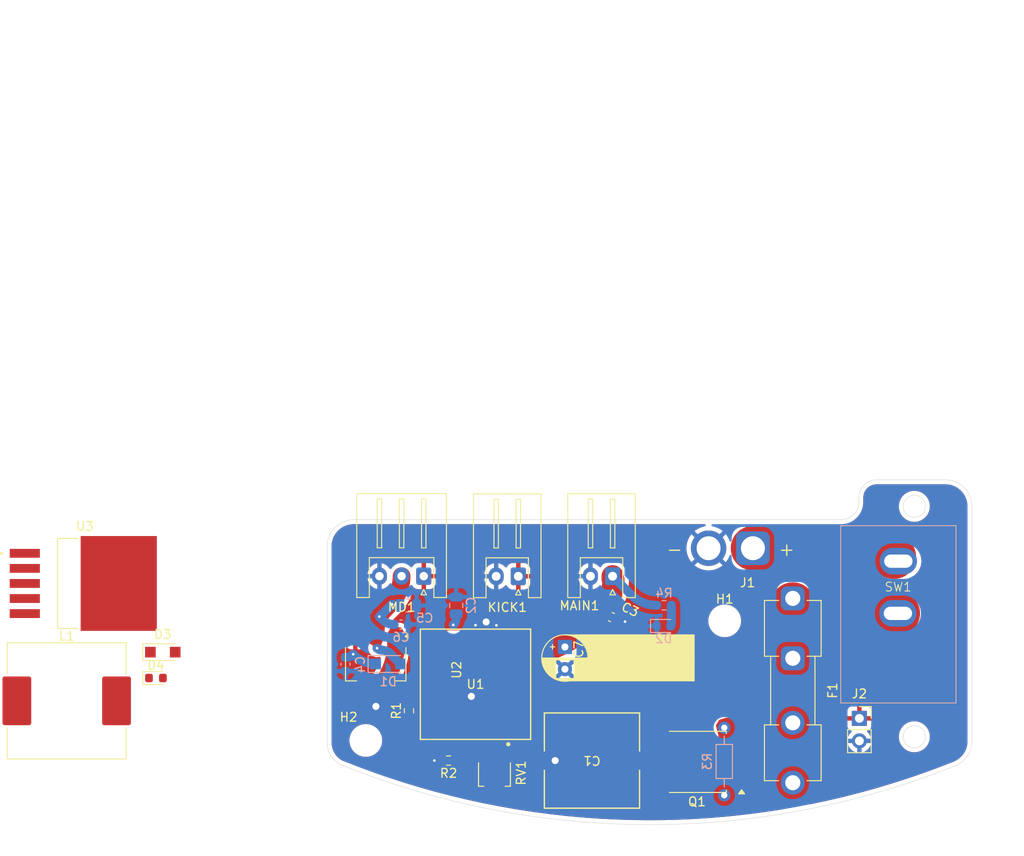
<source format=kicad_pcb>
(kicad_pcb (version 20241229) (generator "pcbnew") (generator_version "9.0")
  (layers (0 "F.Cu" signal) (2 "B.Cu" signal) (13 "F.Paste" user) (15 "B.Paste" user) (5 "F.SilkS" user "F.Silkscreen") (7 "B.SilkS" user "B.Silkscreen") (1 "F.Mask" user) (3 "B.Mask" user) (25 "Edge.Cuts" user))
  (net 0 "")
  (net 1 "Net-(R2-Pad1)")
  (net 2 "Trim")
  (net 4 "+3.3V")
  (net 5 "Net-(SW1-B)")
  (net 9 "Net-(Q1-S)")
  (net 10 "+12V")
  (net 12 "Net-(J1-Pin_1)")
  (net 13 "+5V")
  (net 14 "Net-(Q1-G)")
  (net 15 "Net-(D2-A)")
  (net 16 "GND")
  (net 17 "Net-(D3-K)")
  (net 18 "Net-(D4-A)")
  (net 19 "Net-(U3-ON{slash}OFF)")
  (footprint "Fuse:Fuseholder_Clip-5x20mm_Eaton_1A5601-01_Inline_P20.80x6.76mm_D1.70mm_Horizontal" (layer "F.Cu") (at 166.181 167.47 -90)
    (property "Reference" "F1" (at 10.4 -4.5 90) (layer "F.SilkS"))
    (property "Value" "Fuse")
    (pad "1" thru_hole roundrect (at 0 0 270) (size 2.7 2.7) (drill 1.7) (layers "*.Cu" "*.Mask") (net 5 "Net-(SW1-B)"))
    (pad "1" thru_hole roundrect (at 6.76 0 270) (size 2.7 2.7) (drill 1.7) (layers "*.Cu" "*.Mask") (net 5 "Net-(SW1-B)"))
    (pad "2" thru_hole circle (at 14.04 0 270) (size 2.7 2.7) (drill 1.7) (layers "*.Cu" "*.Mask") (net 9 "Net-(Q1-S)"))
    (pad "2" thru_hole circle (at 20.8 0 270) (size 2.7 2.7) (drill 1.7) (layers "*.Cu" "*.Mask") (net 9 "Net-(Q1-S)"))
  )
  (footprint "Capacitor DOWNROAD:CAP_J-V_10X10P5_RUB" (layer "F.Cu") (at 143.52 185.77 180)
    (property "Reference" "C1" (at 0 0 180) (layer "F.SilkS"))
    (property "Value" "1000uF")
    (pad "1" smd rect (at -4.1529 0 180) (size 3.6068 1.4986) (layers "F.Cu" "F.Mask" "F.Paste") (net 10 "+12V"))
    (pad "2" smd rect (at 4.1529 0 180) (size 3.6068 1.4986) (layers "F.Cu" "F.Mask" "F.Paste") (net 16 "GND"))
  )
  (footprint "Connector_JST:JST_XH_S2B-XH-A_1x02_P2.50mm_Horizontal" (layer "F.Cu") (at 145.85 164.97 180)
    (property "Reference" "MAIN1" (at 3.74 -3.325391 0) (layer "F.SilkS"))
    (property "Value" "Conn_01x02_Pin")
    (pad "1" thru_hole roundrect (at 0 0 180) (size 1.7 2) (drill 1) (layers "*.Cu" "*.Mask") (roundrect_rratio 0.147059) (net 13 "+5V"))
    (pad "2" thru_hole oval (at 2.5 0 180) (size 1.7 2) (drill 1) (layers "*.Cu" "*.Mask") (net 16 "GND"))
  )
  (footprint "SW:DS-850K-S-ON" (layer "F.Cu") (at 178.09 169.27)
    (property "Reference" "SW1" (at -0.02 -3.09 0) (layer "F.SilkS") (effects (font (thickness 0.1))))
    (property "Value" "SW_SPST")
    (pad "1" thru_hole oval (at 0 -6) (size 4.2 3) (drill oval 3.2 1.5) (layers "*.Cu" "*.Mask") (net 12 "Net-(J1-Pin_1)"))
    (pad "2" thru_hole oval (at -0.05 -0.11) (size 4.2 3) (drill oval 3.2 1.5) (layers "*.Cu" "*.Mask") (net 5 "Net-(SW1-B)"))
  )
  (footprint "Resistor_SMD:R_0603_1608Metric" (layer "F.Cu") (at 127.34 185.77 180)
    (property "Reference" "R2" (at 0 -1.43 0) (layer "F.SilkS"))
    (property "Value" "1.2k")
    (pad "1" smd roundrect (at -0.825 0 180) (size 0.8 0.95) (layers "F.Cu" "F.Mask" "F.Paste") (net 1 "Net-(R2-Pad1)"))
    (pad "2" smd roundrect (at 0.825 0 180) (size 0.8 0.95) (layers "F.Cu" "F.Mask" "F.Paste") (net 16 "GND"))
  )
  (footprint "Package_TO_SOT_SMD:TO-252-2" (layer "F.Cu") (at 155.366 185.918 180)
    (property "Reference" "Q1" (at 0 -4.5 0) (layer "F.SilkS"))
    (property "Value" "PMOS")
    (pad "1" smd roundrect (at -5.04 -2.28 180) (size 2.2 1.2) (layers "F.Cu" "F.Mask" "F.Paste") (roundrect_rratio 0.208333) (net 14 "Net-(Q1-G)"))
    (pad "2" smd roundrect (at 1.26 0 180) (size 6.4 5.8) (layers "F.Cu" "F.Mask") (roundrect_rratio 0.043103) (net 10 "+12V"))
    (pad "3" smd roundrect (at -5.04 2.28 180) (size 2.2 1.2) (layers "F.Cu" "F.Mask" "F.Paste") (roundrect_rratio 0.208333) (net 9 "Net-(Q1-S)"))
  )
  (footprint "Package_TO_SOT_SMD:SOT-223" (layer "F.Cu") (at 119.12 174.87 -90)
    (property "Reference" "U2" (at 0.666666 -9.13 90) (layer "F.SilkS"))
    (property "Value" "AZ1117CH-3.3TRG1")
    (pad "1" smd roundrect (at -3.15 -2.3 270) (size 2 1.5) (layers "F.Cu" "F.Mask" "F.Paste") (net 16 "GND"))
    (pad "2" smd roundrect (at -3.15 0 270) (size 2 1.5) (layers "F.Cu" "F.Mask" "F.Paste") (net 4 "+3.3V"))
    (pad "3" smd roundrect (at -3.15 2.3 270) (size 2 1.5) (layers "F.Cu" "F.Mask" "F.Paste") (net 10 "+12V"))
    (pad "4" smd roundrect (at 3.15 0 270) (size 2 3.8) (layers "F.Cu" "F.Mask" "F.Paste") (net 16 "GND"))
  )
  (footprint "Resistor_SMD:R_0603_1608Metric" (layer "F.Cu") (at 122.87 180.15 90)
    (property "Reference" "R1" (at 0 -1.43 90) (layer "F.SilkS"))
    (property "Value" "20k")
    (pad "1" smd roundrect (at -0.825 0 90) (size 0.8 0.95) (layers "F.Cu" "F.Mask" "F.Paste") (net 10 "+12V"))
    (pad "2" smd roundrect (at 0.825 0 90) (size 0.8 0.95) (layers "F.Cu" "F.Mask" "F.Paste") (net 16 "GND"))
  )
  (footprint "Connector_JST:JST_XH_S3B-XH-A_1x03_P2.50mm_Horizontal" (layer "F.Cu") (at 124.54 164.96 180)
    (property "Reference" "MD1" (at 2.5 -3.5 0) (layer "F.SilkS"))
    (property "Value" "Conn_01x03_Pin")
    (pad "1" thru_hole roundrect (at 0 0 180) (size 1.7 1.95) (drill 0.95) (layers "*.Cu" "*.Mask") (roundrect_rratio 0.147059) (net 10 "+12V"))
    (pad "2" thru_hole oval (at 2.5 0 180) (size 1.7 1.95) (drill 0.95) (layers "*.Cu" "*.Mask") (net 4 "+3.3V"))
    (pad "3" thru_hole oval (at 5 0 180) (size 1.7 1.95) (drill 0.95) (layers "*.Cu" "*.Mask") (net 16 "GND"))
  )
  (footprint "Connector_AMASS:AMASS_XT30U-F_1x02_P5.0mm_Vertical" (layer "F.Cu") (at 161.68 161.81 180)
    (property "Reference" "J1" (at 0.6 -3.89 0) (layer "F.SilkS"))
    (property "Value" "Conn_01x02_Pin")
    (fp_text user "-" (at 8.84 -0.11 0) (layer "F.SilkS") (effects (font (size 1.5 1.5))))
    (fp_text user "+" (at -3.82 -0.11 0) (layer "F.SilkS") (effects (font (size 1.5 1.5))))
    (pad "1" thru_hole roundrect (at 0 0 180) (size 3.8 3.8) (drill 2.7) (layers "*.Cu" "*.Mask") (roundrect_rratio 0.2) (net 12 "Net-(J1-Pin_1)"))
    (pad "2" thru_hole circle (at 5 0 180) (size 4 4) (drill 2.7) (layers "*.Cu" "*.Mask") (net 16 "GND"))
  )
  (footprint "VR:TC33X-2-203E" (layer "F.Cu") (at 132.52 186.87 -90)
    (property "Reference" "RV1" (at 0.294315 -3.008465 90) (layer "F.SilkS") (effects (font (size 1.000165 1.000165))))
    (property "Value" "20k")
    (pad "1" smd rect (at -1.8 -1 270) (size 1.2 1.2) (layers "F.Cu" "F.Mask" "F.Paste") (net 2 "Trim"))
    (pad "2" smd rect (at 1.45 0 270) (size 1.5 1.6) (layers "F.Cu" "F.Mask" "F.Paste") (net 1 "Net-(R2-Pad1)"))
    (pad "3" smd rect (at -1.8 1 270) (size 1.2 1.2) (layers "F.Cu" "F.Mask" "F.Paste") (net 1 "Net-(R2-Pad1)"))
  )
  (footprint "Capacitor_SMD:C_0603_1608Metric" (layer "F.Cu") (at 145.717611 169.582471 -25)
    (property "Reference" "C3" (at 1.554205 -1.665335 335) (layer "F.SilkS"))
    (property "Value" "10uF")
    (pad "1" smd roundrect (at -0.775 0 335) (size 0.9 0.95) (layers "F.Cu" "F.Mask" "F.Paste") (net 13 "+5V"))
    (pad "2" smd roundrect (at 0.775 0 335) (size 0.9 0.95) (layers "F.Cu" "F.Mask" "F.Paste") (net 16 "GND"))
  )
  (footprint "Inductor_SMD:L_Changjiang_FXL1360" (layer "F.Cu") (at 84.25 179.03)
    (property "Reference" "L1" (at 0 -7.3 0) (layer "F.SilkS"))
    (property "Value" "CSAB1260A")
    (pad "1" smd roundrect (at -5.625 0) (size 3.25 5.5) (layers "F.Cu" "F.Mask" "F.Paste") (roundrect_rratio 0.076923) (net 17 "Net-(D3-K)"))
    (pad "2" smd roundrect (at 5.625 0) (size 3.25 5.5) (layers "F.Cu" "F.Mask" "F.Paste") (roundrect_rratio 0.076923) (net 13 "+5V"))
  )
  (footprint "Regulator:LM2576SX-5.0_NOPB" (layer "F.Cu") (at 90.125 165.785)
    (property "Reference" "U3" (at -3.825 -6.435 0) (layer "F.SilkS"))
    (property "Value" "LM2576SX-5.0_NOPB")
    (pad "1" smd rect (at -10.6 -3.4) (size 3.4 1) (layers "F.Cu") (net 10 "+12V"))
    (pad "2" smd rect (at -10.6 -1.7) (size 3.4 1) (layers "F.Cu") (net 17 "Net-(D3-K)"))
    (pad "3" smd rect (at -10.6 0) (size 3.4 1) (layers "F.Cu") (net 16 "GND"))
    (pad "4" smd rect (at -10.6 1.7) (size 3.4 1) (layers "F.Cu") (net 13 "+5V"))
    (pad "5" smd rect (at -10.6 3.4) (size 3.4 1) (layers "F.Cu") (net 19 "Net-(U3-ON{slash}OFF)"))
    (pad "6" smd rect (at 0 0) (size 8.6 10.7) (layers "F.Cu") (net 16 "GND"))
  )
  (footprint "Regulator:OKL-T6-W12N-C" (layer "F.Cu") (at 130.38 177.160024)
    (property "Reference" "U1" (at 0 0 0) (layer "F.SilkS"))
    (property "Value" "OKL-T/6-W12N-C")
    (pad "1" smd rect (at -4.575 0) (size 1.27 1.27) (layers "F.Cu" "F.Mask" "F.Paste") (net 16 "GND"))
    (pad "2" smd rect (at -3.43 -4.574) (size 4.318 2.032) (layers "F.Cu" "F.Mask" "F.Paste") (net 10 "+12V"))
    (pad "3" smd rect (at 1.14 -4.574) (size 4.318 2.032) (layers "F.Cu" "F.Mask" "F.Paste") (net 16 "GND"))
    (pad "4" smd rect (at 4.57 -3.431007 90) (size 4.318 2.032) (layers "F.Cu" "F.Mask" "F.Paste") (net 13 "+5V"))
    (pad "5" smd rect (at 4.575 0) (size 1.27 1.27) (layers "F.Cu" "F.Mask" "F.Paste") (net 13 "+5V"))
    (pad "6" smd rect (at 4.575 4.579983) (size 1.27 1.27) (layers "F.Cu" "F.Mask" "F.Paste") (net 2 "Trim"))
    (pad "7" smd rect (at 0 4.579976 90) (size 1.27 1.27) (layers "F.Cu" "F.Mask" "F.Paste") (net 16 "GND"))
    (pad "8" smd rect (at -2.289995 4.579976 90) (size 1.27 1.27) (layers "F.Cu" "F.Mask" "F.Paste"))
    (pad "9" smd rect (at -4.575 4.579983) (size 1.27 1.27) (layers "F.Cu" "F.Mask" "F.Paste"))
    (pad "10" smd rect (at -4.575 2.289988) (size 1.27 1.27) (layers "F.Cu" "F.Mask" "F.Paste"))
    (pad "11" smd rect (at 4.575 2.289988) (size 1.27 1.27) (layers "F.Cu" "F.Mask" "F.Paste"))
    (pad "12" smd rect (at 2.289995 4.579976 90) (size 1.27 1.27) (layers "F.Cu" "F.Mask" "F.Paste"))
  )
  (footprint "MountingHole:MountingHole_3.2mm_M3" (layer "F.Cu") (at 158.5 170)
    (property "Reference" "H1" (at 0 -2.46 0) (layer "F.SilkS"))
    (property "Value" "MountingHole")
    (pad "" np_thru_hole circle (at 0 0) (size 3.2 3.2) (drill 3.2) (layers "*.Cu" "*.Mask"))
  )
  (footprint "Capacitor_THT:CP_Radial_D5.0mm_P2.50mm" (layer "F.Cu") (at 140.47 172.95 -90)
    (property "Reference" "C7" (at 0.26 -1.56 90) (layer "F.SilkS"))
    (property "Value" "100uF")
    (pad "1" thru_hole rect (at 0 0 270) (size 1.6 1.6) (drill 0.8) (layers "*.Cu" "*.Mask") (net 13 "+5V"))
    (pad "2" thru_hole circle (at 2.5 0 270) (size 1.6 1.6) (drill 0.8) (layers "*.Cu" "*.Mask") (net 16 "GND"))
  )
  (footprint "LED_SMD:LED_0603_1608Metric" (layer "F.Cu") (at 94.32 176.455)
    (property "Reference" "D4" (at 0 -1.43 0) (layer "F.SilkS"))
    (property "Value" "LED")
    (pad "1" smd roundrect (at -0.7875 0) (size 0.875 0.95) (layers "F.Cu" "F.Mask" "F.Paste") (net 16 "GND"))
    (pad "2" smd roundrect (at 0.7875 0) (size 0.875 0.95) (layers "F.Cu" "F.Mask" "F.Paste") (net 18 "Net-(D4-A)"))
  )
  (footprint "Connector_JST:JST_XH_S2B-XH-A_1x02_P2.50mm_Horizontal" (layer "F.Cu") (at 135.21 164.98 180)
    (property "Reference" "KICK1" (at 1.25 -3.5 0) (layer "F.SilkS"))
    (property "Value" "Conn_01x02_Pin")
    (pad "1" thru_hole roundrect (at 0 0 180) (size 1.7 2) (drill 1) (layers "*.Cu" "*.Mask") (roundrect_rratio 0.147059) (net 10 "+12V"))
    (pad "2" thru_hole oval (at 2.5 0 180) (size 1.7 2) (drill 1) (layers "*.Cu" "*.Mask") (net 16 "GND"))
  )
  (footprint "Diode_SMD:Nexperia_CFP3_SOD-123W" (layer "F.Cu") (at 95.095 173.535)
    (property "Reference" "D3" (at 0 -2 0) (layer "F.SilkS"))
    (property "Value" "D")
    (pad "1" smd rect (at -1.4 0) (size 1.2 1.2) (layers "F.Cu" "F.Mask" "F.Paste") (net 17 "Net-(D3-K)"))
    (pad "2" smd rect (at 1.4 0) (size 1.2 1.2) (layers "F.Cu" "F.Mask" "F.Paste") (net 16 "GND"))
  )
  (footprint "Connector_PinSocket_2.54mm:PinSocket_1x02_P2.54mm_Vertical" (layer "F.Cu") (at 173.695 181.01)
    (property "Reference" "J2" (at 0 -2.77 0) (layer "F.SilkS"))
    (property "Value" "Conn_01x02_Pin")
    (pad "1" thru_hole rect (at 0 0) (size 1.7 1.7) (drill 1) (layers "*.Cu" "*.Mask") (net 10 "+12V"))
    (pad "2" thru_hole oval (at 0 2.54) (size 1.7 1.7) (drill 1) (layers "*.Cu" "*.Mask") (net 16 "GND"))
  )
  (footprint "MountingHole:MountingHole_3.2mm_M3" (layer "F.Cu") (at 118 183.5)
    (property "Reference" "H2" (at -1.94 -2.63 0) (layer "F.SilkS"))
    (property "Value" "MountingHole")
    (pad "" np_thru_hole circle (at 0 0) (size 3.2 3.2) (drill 3.2) (layers "*.Cu" "*.Mask"))
  )
  (footprint "Resistor_SMD:R_0603_1608Metric" (layer "B.Cu") (at 151.655 168.25)
    (property "Reference" "R4" (at 0 -1.37 180) (layer "B.SilkS") (effects (justify mirror)))
    (property "Value" "1k")
    (pad "1" smd roundrect (at -0.825 0) (size 0.8 0.95) (layers "B.Cu" "B.Mask" "B.Paste") (net 13 "+5V"))
    (pad "2" smd roundrect (at 0.825 0) (size 0.8 0.95) (layers "B.Cu" "B.Mask" "B.Paste") (net 15 "Net-(D2-A)"))
  )
  (footprint "Capacitor_SMD:C_0805_2012Metric" (layer "B.Cu") (at 128.2 168.27 90)
    (property "Reference" "C2" (at 0 1.68 90) (layer "B.SilkS") (effects (justify mirror)))
    (property "Value" "22uF")
    (pad "1" smd roundrect (at -0.95 0 90) (size 1 1.45) (layers "B.Cu" "B.Mask" "B.Paste") (net 10 "+12V"))
    (pad "2" smd roundrect (at 0.95 0 90) (size 1 1.45) (layers "B.Cu" "B.Mask" "B.Paste") (net 16 "GND"))
  )
  (footprint "Capacitor_SMD:C_0603_1608Metric" (layer "B.Cu") (at 115.71 174.9 -90)
    (property "Reference" "C4" (at 0.05 -1.67 90) (layer "B.SilkS") (effects (justify mirror)))
    (property "Value" "0.1uF")
    (pad "1" smd roundrect (at -0.775 0 270) (size 0.9 0.95) (layers "B.Cu" "B.Mask" "B.Paste") (net 10 "+12V"))
    (pad "2" smd roundrect (at 0.775 0 270) (size 0.9 0.95) (layers "B.Cu" "B.Mask" "B.Paste") (net 16 "GND"))
  )
  (footprint "Diode_SMD:Nexperia_CFP3_SOD-123W" (layer "B.Cu") (at 120.52 174.87)
    (property "Reference" "D1" (at 0 2 0) (layer "B.SilkS") (effects (justify mirror)))
    (property "Value" "GS1010FL")
    (pad "1" smd rect (at -1.4 0) (size 1.2 1.2) (layers "B.Cu" "B.Mask" "B.Paste") (net 10 "+12V"))
    (pad "2" smd rect (at 1.4 0) (size 1.2 1.2) (layers "B.Cu" "B.Mask" "B.Paste") (net 4 "+3.3V"))
  )
  (footprint "Capacitor_SMD:C_0805_2012Metric" (layer "B.Cu") (at 122.79 168.27)
    (property "Reference" "C5" (at 1.86 1.42 180) (layer "B.SilkS") (effects (justify mirror)))
    (property "Value" "47uF")
    (pad "1" smd roundrect (at -0.95 0) (size 1 1.45) (layers "B.Cu" "B.Mask" "B.Paste") (net 4 "+3.3V"))
    (pad "2" smd roundrect (at 0.95 0) (size 1 1.45) (layers "B.Cu" "B.Mask" "B.Paste") (net 16 "GND"))
  )
  (footprint "Capacitor_SMD:C_0603_1608Metric" (layer "B.Cu") (at 121.98 170.42)
    (property "Reference" "C6" (at 0 1.43 180) (layer "B.SilkS") (effects (justify mirror)))
    (property "Value" "0.1uF")
    (pad "1" smd roundrect (at -0.775 0) (size 0.9 0.95) (layers "B.Cu" "B.Mask" "B.Paste") (net 4 "+3.3V"))
    (pad "2" smd roundrect (at 0.775 0) (size 0.9 0.95) (layers "B.Cu" "B.Mask" "B.Paste") (net 16 "GND"))
  )
  (footprint "Resistor_THT:R_Axial_DIN0204_L3.6mm_D1.6mm_P7.62mm_Horizontal" (layer "B.Cu") (at 158.449 182.063 -90)
    (property "Reference" "R3" (at 3.81 1.92 90) (layer "B.SilkS") (effects (justify mirror)))
    (property "Value" "220")
    (pad "1" thru_hole circle (at 0 0 270) (size 1.4 1.4) (drill 0.7) (layers "*.Cu" "*.Mask") (net 9 "Net-(Q1-S)"))
    (pad "2" thru_hole oval (at 7.62 0 270) (size 1.4 1.4) (drill 0.7) (layers "*.Cu" "*.Mask") (net 14 "Net-(Q1-G)"))
  )
  (footprint "LED_SMD:LED_0603_1608Metric" (layer "B.Cu") (at 151.6125 170.58)
    (property "Reference" "D2" (at 0 1.43 180) (layer "B.SilkS") (effects (justify mirror)))
    (property "Value" "LED")
    (pad "1" smd roundrect (at -0.7875 0) (size 0.875 0.95) (layers "B.Cu" "B.Mask" "B.Paste") (net 16 "GND"))
    (pad "2" smd roundrect (at 0.7875 0) (size 0.875 0.95) (layers "B.Cu" "B.Mask" "B.Paste") (net 15 "Net-(D2-A)"))
  )
  (gr_poly (pts (xy 158.018 183.452) (xy 157.604 181.813) (xy 157.951 181.255) (xy 158.594 181.052) (xy 159.823 181.024) (xy 158.039 183.485)) (stroke (width 0.2)) (fill yes) (layer "F.Cu") (net 9))
  (gr_arc (start 183.395441 154.095) (mid 185.516761 154.97368) (end 186.395441 157.095) (stroke (width 0.05)) (layer "Edge.Cuts"))
  (gr_line (start 183.3954 154.095) (end 175.634 154.095) (stroke (width 0.05)) (layer "Edge.Cuts"))
  (gr_line (start 171.634 158.595) (end 116.633837 158.595) (stroke (width 0.05)) (layer "Edge.Cuts"))
  (gr_curve (pts (xy 113.633837 183.594989) (xy 113.633837 185.594989) (xy 115.15 186.22) (xy 115.15 186.22)) (stroke (width 0.05)) (layer "Edge.Cuts"))
  (gr_arc (start 173.634 156.595) (mid 173.048214 158.009214) (end 171.634 158.595) (stroke (width 0.05)) (layer "Edge.Cuts"))
  (gr_line (start 173.634 156.595) (end 173.634 156.095) (stroke (width 0.05)) (layer "Edge.Cuts"))
  (gr_arc (start 184.634 186.31) (mid 149.883007 192.99955) (end 115.148954 186.222588) (stroke (width 0.05)) (layer "Edge.Cuts"))
  (gr_line (start 113.633837 183.594989) (end 113.633837 161.595) (stroke (width 0.05)) (layer "Edge.Cuts"))
  (gr_line (start 186.3954 183.58256) (end 186.3954 157.095) (stroke (width 0.05)) (layer "Edge.Cuts"))
  (gr_curve (pts (xy 186.3954 183.58256) (xy 186.3954 185.58256) (xy 184.634 186.31) (xy 184.634 186.31)) (stroke (width 0.05)) (layer "Edge.Cuts"))
  (gr_circle (center 179.895438 183.082544) (end 181.145438 183.082544) (stroke (width 0.05)) (fill no) (layer "Edge.Cuts"))
  (gr_circle (center 179.895438 157.082544) (end 181.145438 157.082544) (stroke (width 0.05)) (fill no) (layer "Edge.Cuts"))
  (gr_arc (start 173.634 156.095) (mid 174.219786 154.680786) (end 175.634 154.095) (stroke (width 0.05)) (layer "Edge.Cuts"))
  (gr_arc (start 113.633837 161.595) (mid 114.512517 159.47368) (end 116.633837 158.595) (stroke (width 0.05)) (layer "Edge.Cuts"))
  (segment (start 131.52 185.07) (end 129.854949 185.07) (width 1) (layer "F.Cu") (net 1))
  (segment (start 131.52 185.07) (end 131.52 185.905786) (width 1) (layer "F.Cu") (net 1))
  (arc (start 131.52 185.905786) (mid 131.779892 187.212349) (end 132.52 188.32) (width 1) (layer "F.Cu") (net 1))
  (arc (start 129.854949 185.07) (mid 128.940355 185.251924) (end 128.165 185.77) (width 1) (layer "F.Cu") (net 1))
  (segment (start 133.615038 184.974963) (end 133.52 185.07) (width 1) (layer "F.Cu") (net 2))
  (arc (start 134.955 181.740007) (mid 134.606755 183.490752) (end 133.615038 184.974963) (width 1) (layer "F.Cu") (net 2))
  (segment (start 120.745995 168.084006) (end 120.15 168.68) (width 2) (layer "F.Cu") (net 4))
  (segment (start 119.12 171.16664) (end 119.12 171.72) (width 2) (layer "F.Cu") (net 4))
  (segment (start 119.27 173.09) (end 119.27 172.082132) (width 1) (layer "F.Cu") (net 4))
  (via (at 119.27 173.09) (size 0.6) (drill 0.3) (layers "F.Cu" "B.Cu") (net 4))
  (via (at 119.52611 169.52611) (size 0.6) (drill 0.3) (layers "F.Cu" "B.Cu") (net 4))
  (via (at 120.96 168.139706) (size 0.6) (drill 0.3) (layers "F.Cu" "B.Cu") (net 4))
  (arc (start 122.04 164.96) (mid 121.703699 166.6507) (end 120.745995 168.084006) (width 2) (layer "F.Cu") (net 4))
  (arc (start 119.27 172.082132) (mid 119.231016 171.886148) (end 119.12 171.72) (width 1) (layer "F.Cu") (net 4))
  (arc (start 120.15 168.68) (mid 119.387689 169.82088) (end 119.12 171.16664) (width 2) (layer "F.Cu") (net 4))
  (segment (start 121.92 174.87) (end 120.748909 173.698909) (width 1) (layer "B.Cu") (net 4))
  (segment (start 119.81 173.31) (end 119.801127 173.31) (width 1) (layer "B.Cu") (net 4))
  (segment (start 119.864921 169.864921) (end 119.52611 169.52611) (width 1) (layer "B.Cu") (net 4))
  (segment (start 119.607173 169.492532) (end 120.96 168.139706) (width 1) (layer "B.Cu") (net 4))
  (segment (start 121.84 168.27) (end 121.274558 168.27) (width 1) (layer "B.Cu") (net 4))
  (arc (start 119.801127 173.31) (mid 119.513683 173.252824) (end 119.27 173.09) (width 1) (layer "B.Cu") (net 4))
  (arc (start 120.748909 173.698909) (mid 120.318134 173.411074) (end 119.81 173.31) (width 1) (layer "B.Cu") (net 4))
  (arc (start 119.52611 169.52611) (mid 119.569981 169.517383) (end 119.607173 169.492532) (width 1) (layer "B.Cu") (net 4))
  (arc (start 121.205 170.42) (mid 120.479754 170.27574) (end 119.864921 169.864921) (width 1) (layer "B.Cu") (net 4))
  (arc (start 121.274558 168.27) (mid 121.039377 168.22322) (end 120.96 168.139706) (width 1) (layer "B.Cu") (net 4))
  (segment (start 166.181 168.17) (end 166.181 174.23) (width 5) (layer "F.Cu") (net 5))
  (segment (start 166.551166 173.318834) (end 170.748834 169.121165) (width 5) (layer "F.Cu") (net 5))
  (segment (start 178.04 169.16) (end 168.571071 169.16) (width 5) (layer "F.Cu") (net 5))
  (arc (start 166.189834 174.191165) (mid 166.283741 173.719063) (end 166.551166 173.318834) (width 5) (layer "F.Cu") (net 5))
  (arc (start 168.571071 169.16) (mid 167.277574 168.902707) (end 166.181 168.17) (width 5) (layer "F.Cu") (net 5))
  (segment (start 166.181 181.51) (end 165.543446 181.51) (width 5) (layer "F.Cu") (net 9))
  (segment (start 166.181 181.51) (end 166.181 188.27) (width 5) (layer "F.Cu") (net 9))
  (arc (start 165.543446 181.51) (mid 162.763081 182.063049) (end 160.406 183.638) (width 5) (layer "F.Cu") (net 9))
  (segment (start 147.6729 185.77) (end 153.748696 185.77) (width 2.5) (layer "F.Cu") (net 10))
  (segment (start 154.06923 185.829231) (end 151.74 183.5) (width 5) (layer "F.Cu") (net 10))
  (segment (start 153.924981 186.35502) (end 152 188.28) (width 5) (layer "F.Cu") (net 10))
  (segment (start 154.106 185.918) (end 154.106 188.368673) (width 5) (layer "F.Cu") (net 10))
  (segment (start 154.106 185.918) (end 154.106 182.148063) (width 5) (layer "F.Cu") (net 10))
  (via (at 127.87 170.46) (size 0.6) (drill 0.3) (layers "F.Cu" "B.Cu") (net 10))
  (via (at 116.58 173.77) (size 0.6) (drill 0.3) (layers "F.Cu" "B.Cu") (net 10))
  (arc (start 153.748696 185.77) (mid 153.942067 185.808464) (end 154.106 185.918) (width 2.5) (layer "F.Cu") (net 10))
  (arc (start 154.106 182.148063) (mid 154.187606 181.737803) (end 154.42 181.39) (width 5) (layer "F.Cu") (net 10))
  (arc (start 154.106 188.368673) (mid 154.207682 188.879863) (end 154.497248 189.313229) (width 5) (layer "F.Cu") (net 10))
  (arc (start 154.106 185.918) (mid 154.096444 185.869958) (end 154.06923 185.829231) (width 5) (layer "F.Cu") (net 10))
  (arc (start 154.106 185.918) (mid 154.058955 186.154513) (end 153.924981 186.35502) (width 5) (layer "F.Cu") (net 10))
  (segment (start 116.661766 173.851766) (end 116.58 173.77) (width 1) (layer "B.Cu") (net 10))
  (segment (start 128.2 169.22) (end 128.2 169.66331) (width 1) (layer "B.Cu") (net 10))
  (segment (start 115.71 174.125) (end 115.722954 174.125) (width 1) (layer "B.Cu") (net 10))
  (arc (start 115.722954 174.125) (mid 116.186784 174.032738) (end 116.58 173.77) (width 1) (layer "B.Cu") (net 10))
  (arc (start 128.2 169.66331) (mid 128.114235 170.094476) (end 127.87 170.46) (width 1) (layer "B.Cu") (net 10))
  (arc (start 119.12 174.87) (mid 117.789613 174.60537) (end 116.661766 173.851766) (width 1) (layer "B.Cu") (net 10))
  (segment (start 175.234354 161.796) (end 161.713799 161.796) (width 5) (layer "F.Cu") (net 12))
  (arc (start 161.713799 161.796) (mid 161.695507 161.799638) (end 161.68 161.81) (width 5) (layer "F.Cu") (net 12))
  (arc (start 177.59303 162.773016) (mid 176.510864 162.049918) (end 175.234354 161.796) (width 5) (layer "F.Cu") (net 12))
  (segment (start 145.85 164.97) (end 145.85 165.192721) (width 2.5) (layer "F.Cu") (net 13))
  (segment (start 134.955 177.160024) (end 134.955 174.977549) (width 2.3) (layer "F.Cu") (net 13))
  (segment (start 144.490431 168.909569) (end 142.64 170.76) (width 2.5) (layer "F.Cu") (net 13))
  (segment (start 135.472159 173.729017) (end 135.129 173.729017) (width 2.5) (layer "F.Cu") (net 13))
  (arc (start 142.64 170.76) (mid 139.351367 172.957395) (end 135.472159 173.729017) (width 2.5) (layer "F.Cu") (net 13))
  (arc (start 145.85 165.192721) (mid 145.873391 165.310311) (end 145.94 165.41) (width 2.5) (layer "F.Cu") (net 13))
  (arc (start 134.955 174.977549) (mid 135.089405 174.301849) (end 135.472159 173.729017) (width 2.3) (layer "F.Cu") (net 13))
  (arc (start 145.94 165.41) (mid 145.563269 167.303953) (end 144.490431 168.909569) (width 2.5) (layer "F.Cu") (net 13))
  (segment (start 147.927919 167.047918) (end 145.85 164.97) (width 1) (layer "B.Cu") (net 13))
  (arc (start 150.83 168.25) (mid 149.259405 167.937589) (end 147.927919 167.047918) (width 1) (layer "B.Cu") (net 13))
  (segment (start 159.254755 189.349246) (end 160.406 188.198) (width 2.5) (layer "F.Cu") (net 14))
  (arc (start 158.449 189.683) (mid 158.885071 189.59626) (end 159.254755 189.349246) (width 2.5) (layer "F.Cu") (net 14))
  (segment (start 152.48 168.25) (end 152.48 170.386863) (width 1) (layer "B.Cu") (net 15))
  (arc (start 152.48 170.386863) (mid 152.459208 170.491388) (end 152.4 170.58) (width 1) (layer "B.Cu") (net 15))
  (segment (start 119.137434 179.66) (end 119.134816 179.657382) (width 2.5) (layer "F.Cu") (net 16))
  (segment (start 119.14 179.66) (end 119.137434 179.66) (width 2.5) (layer "F.Cu") (net 16))
  (segment (start 130.38 181.74) (end 130.38 179.66468) (width 2.5) (layer "F.Cu") (net 16))
  (segment (start 124.490487 177.704513) (end 122.87 179.325) (width 1) (layer "F.Cu") (net 16))
  (segment (start 119.12 179.611716) (end 119.12 178.02) (width 2.5) (layer "F.Cu") (net 16))
  (segment (start 122.87 179.325) (end 122.270549 179.325) (width 1) (layer "F.Cu") (net 16))
  (segment (start 146.866985 170.09) (end 147.25 170.09) (width 1) (layer "F.Cu") (net 16))
  (segment (start 126.515 185.77) (end 125.74 185.77) (width 1) (layer "F.Cu") (net 16))
  (segment (start 121.42 171.72) (end 121.42 172.467309) (width 2) (layer "F.Cu") (net 16))
  (segment (start 131.52 172.586024) (end 131.52 171.192415) (width 4) (layer "F.Cu") (net 16))
  (via (at 139.3671 185.77) (size 1.2) (drill 0.8) (layers "F.Cu" "B.Cu") (net 16))
  (via (at 125.74 185.77) (size 0.6) (drill 0.3) (layers "F.Cu" "B.Cu") (net 16))
  (via (at 129.91 178.53) (size 1.2) (drill 0.8) (layers "F.Cu" "B.Cu") (net 16))
  (via (at 132.74 170.51) (size 0.6) (drill 0.3) (layers "F.Cu" "B.Cu") (net 16))
  (via (at 131.58 170.13) (size 1.2) (drill 0.8) (layers "F.Cu" "B.Cu") (net 16))
  (via (at 130.38 170.49) (size 0.6) (drill 0.3) (layers "F.Cu" "B.Cu") (net 16))
  (via (at 147.25 170.09) (size 0.6) (drill 0.3) (layers "F.Cu" "B.Cu") (net 16))
  (via (at 119.14 179.66) (size 1) (drill 0.8) (layers "F.Cu" "B.Cu") (net 16))
  (arc (start 131.52 171.192415) (mid 131.527795 171.153229) (end 131.55 171.12) (width 4) (layer "F.Cu") (net 16))
  (arc (start 119.134816 179.657382) (mid 119.124225 179.635348) (end 119.12 179.611716) (width 2.5) (layer "F.Cu") (net 16))
  (arc (start 122.270549 179.325) (mid 120.565484 178.985842) (end 119.12 178.02) (width 1) (layer "F.Cu") (net 16))
  (arc (start 146.36 169.88) (mid 146.592607 170.035422) (end 146.866985 170.09) (width 1) (layer "F.Cu") (net 16))
  (arc (start 121.42 172.467309) (mid 120.822249 175.472404) (end 119.12 178.02) (width 2) (layer "F.Cu") (net 16))
  (arc (start 130.38 179.66468) (mid 130.257851 179.050596) (end 129.91 178.53) (width 2.5) (layer "F.Cu") (net 16))
  (arc (start 125.805 177.160024) (mid 125.093591 177.301532) (end 124.490487 177.704513) (width 1) (layer "F.Cu") (net 16))
  (zone (net 10) (net_name "+12V") (layer "F.Cu") (connect_pads (clearance 0.5)) (min_thickness 0.25) (fill yes (thermal_gap 0.5) (thermal_bridge_width 0.5))
    (polygon (pts (xy 102.26 144.822) (xy 192.269 144.822) (xy 192.27 144.823) (xy 192.27 196.57) (xy 102.27 196.57) (xy 102.26 196.56) (xy 102.26 144.82)))
  )
  (zone (net 16) (net_name "GND") (layer "B.Cu") (priority 1) (connect_pads (clearance 0.5)) (min_thickness 0.25) (fill yes (thermal_gap 0.5) (thermal_bridge_width 0.5))
    (polygon (pts (xy 102.26 144.82) (xy 192.269 144.82) (xy 192.27 144.821) (xy 192.27 196.57) (xy 102.27 196.57) (xy 102.26 196.56)))
  )
)
</source>
